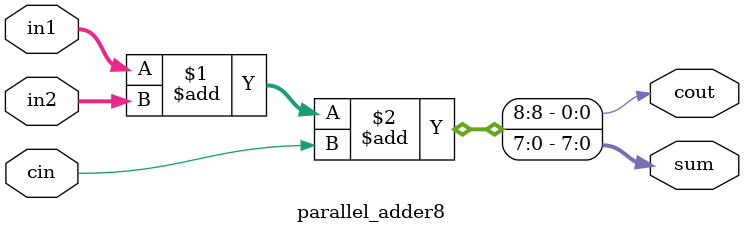
<source format=v>

module parallel_adder8 (sum,cout,in1,in2,cin);
input [7:0]in1,in2;
input cin;
output [7:0]sum;
output cout;

assign #20 {cout,sum} = in1+in2+cin; // Only net type on the LHS of 'assign'

endmodule

</source>
